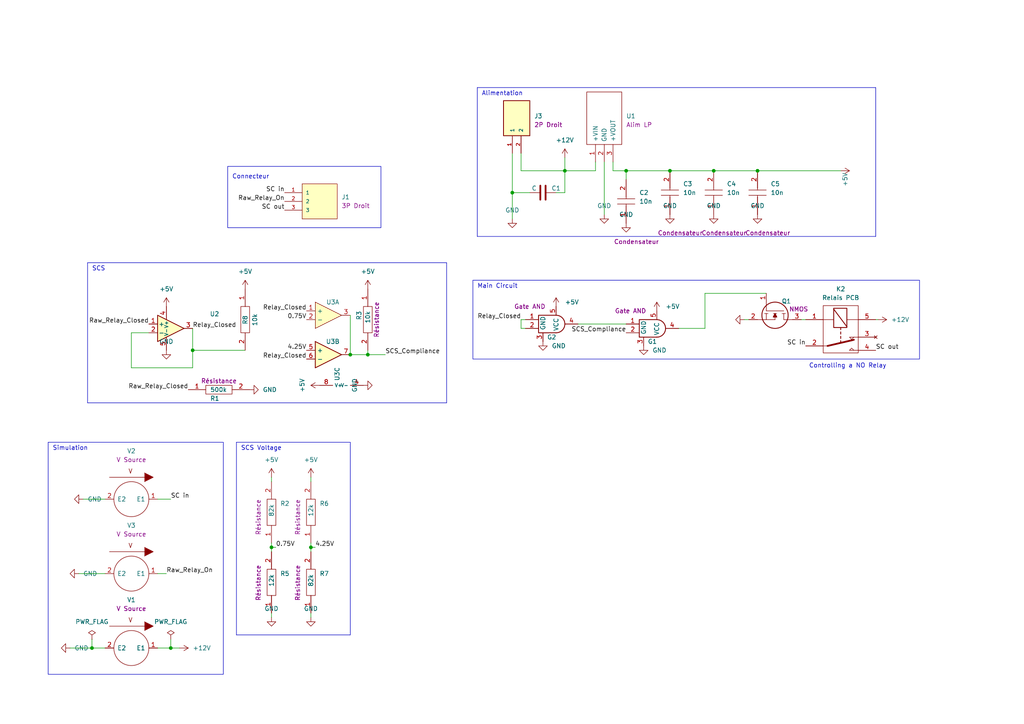
<source format=kicad_sch>
(kicad_sch (version 20231120) (generator "eeschema") (generator_version "8.0")
  (paper "A4")
  (lib_symbols
    (symbol "Device:C" (pin_numbers hide) (pin_names (offset 0.254))
      (property "Reference" "C" (at 0.635 2.54 0))
      (property "Value" "C" (at 0.635 -2.54 0))
      (symbol "C_0_1"
        (polyline (pts (xy -2.032 -0.762) (xy 2.032 -0.762)) (stroke (width 0.508)))
        (polyline (pts (xy -2.032 0.762) (xy 2.032 0.762)) (stroke (width 0.508)))
      )
      (symbol "C_1_1"
        (pin passive line (at 0 3.81 270) (length 2.794) (name "~") (number "1"))
        (pin passive line (at 0 -3.81 90) (length 2.794) (name "~") (number "2"))
      )
    )
    (symbol "EPSA_Lib:NMOS SQ2348ES-T1_GE3" (pin_names (offset 0.762))
      (property "Reference" "Q" (at 41.91 12.7 0))
      (property "Render Name" "NMOS" (at 15.875 0.635 0))
      (symbol "NMOS SQ2348ES-T1_GE3_0_0"
        (pin passive line (at 13.335 12.065 270) (length 2.54) (name "~") (number "1"))
        (pin passive line (at 8.255 4.445 0) (length 2.54) (name "~") (number "2"))
        (pin passive line (at 23.495 4.445 180) (length 2.54) (name "~") (number "3"))
      )
      (symbol "NMOS SQ2348ES-T1_GE3_0_1"
        (polyline (pts (xy 12.827 6.223) (xy 13.843 6.223)) (stroke (width 0.1524)))
        (polyline (pts (xy 13.335 6.223) (xy 13.335 4.445)) (stroke (width 0.1524)))
        (polyline (pts (xy 15.367 6.223) (xy 16.383 6.223)) (stroke (width 0.1524)))
        (polyline (pts (xy 15.875 4.445) (xy 10.795 4.445)) (stroke (width 0.1524)))
        (polyline (pts (xy 15.875 4.445) (xy 15.875 6.223)) (stroke (width 0.1524)))
        (polyline (pts (xy 18.415 4.445) (xy 18.415 6.223)) (stroke (width 0.1524)))
        (polyline (pts (xy 18.415 4.445) (xy 20.955 4.445)) (stroke (width 0.1524)))
        (polyline (pts (xy 18.923 6.223) (xy 17.907 6.223)) (stroke (width 0.1524)))
        (polyline (pts (xy 13.335 9.525) (xy 13.335 6.985) (xy 18.415 6.985)) (stroke (width 0.1524)))
        (polyline (pts (xy 15.875 6.223) (xy 16.383 5.207) (xy 15.367 5.207) (xy 15.875 6.223)) (stroke (width 0.254)) (fill (type outline)))
        (circle (center 15.875 5.715) (radius 3.81) (stroke (width 0.254)))
      )
    )
    (symbol "EPSA_Lib:Relais PCB" (pin_names (offset 0.762))
      (property "Reference" "K" (at 11.938 11.43 0))
      (property "Value" "Relais PCB" (at 7.62 9.398 0))
      (symbol "Relais PCB_0_1"
        (polyline (pts (xy 7.62 7.874) (xy 17.78 7.874) (xy 17.78 -5.842) (xy 7.62 -5.842) (xy 7.62 7.874)) (stroke (width 0.1524)))
      )
      (symbol "Relais PCB_1_0"
        (pin passive line (at 2.54 3.81 0) (length 5.08) (name "") (number "1"))
        (pin passive line (at 2.54 -3.81 0) (length 5.08) (name "") (number "2"))
        (pin no_connect line (at 22.86 -1.27 180) (length 5.08) (name "") (number "3"))
        (pin passive line (at 22.86 -5.08 180) (length 5.08) (name "") (number "4"))
        (pin passive line (at 22.86 3.81 180) (length 5.08) (name "") (number "5"))
      )
      (symbol "Relais PCB_1_1"
        (polyline (pts (xy 8.89 -3.81) (xy 7.62 -3.81)))
        (polyline (pts (xy 8.89 -3.81) (xy 16.51 -2.032)) (stroke (width 0.508)))
        (polyline (pts (xy 10.668 3.81) (xy 7.62 3.81)))
        (polyline (pts (xy 10.668 6.858) (xy 14.478 1.778)) (stroke (width 0.254)))
        (polyline (pts (xy 12.7 -2.286) (xy 12.7 -2.921)) (stroke (width 0.254)))
        (polyline (pts (xy 12.7 -1.016) (xy 12.7 -1.651)) (stroke (width 0.254)))
        (polyline (pts (xy 12.7 0.254) (xy 12.7 -0.381)) (stroke (width 0.254)))
        (polyline (pts (xy 12.7 1.524) (xy 12.7 0.889)) (stroke (width 0.254)))
        (polyline (pts (xy 17.78 -5.08) (xy 16.51 -5.08)))
        (polyline (pts (xy 17.78 -1.27) (xy 16.51 -1.27)))
        (polyline (pts (xy 17.78 3.81) (xy 14.478 3.81)))
        (polyline (pts (xy 15.24 -5.08) (xy 16.51 -5.08) (xy 15.875 -4.445) (xy 15.24 -5.08)))
        (polyline (pts (xy 16.51 -1.27) (xy 15.24 -1.27) (xy 15.875 -1.905) (xy 16.51 -1.27)))
        (rectangle (start 10.668 7.112) (end 14.478 1.524) (stroke (width 0.254)))
      )
    )
    (symbol "EPSA_Lib:Résistance RK73H2BLTDD2152F" (pin_names (offset 0.762))
      (property "Reference" "R" (at 7.62 0 0))
      (property "Value" "10" (at 7.366 2.54 0))
      (symbol "Résistance RK73H2BLTDD2152F_0_1"
        (polyline (pts (xy 5.08 1.27) (xy 12.7 1.27) (xy 12.7 -1.27) (xy 5.08 -1.27) (xy 5.08 1.27)) (stroke (width 0.1524)))
      )
      (symbol "Résistance RK73H2BLTDD2152F_1_0"
        (pin passive line (at 0 0 0) (length 5.08) (name "~") (number "1"))
        (pin passive line (at 17.78 0 180) (length 5.08) (name "~") (number "2"))
      )
    )
    (symbol "EPSA_lib:2P Droit 2-11-2022" (pin_names (offset 1.016))
      (property "Reference" "J" (at 6.35 5.08 0))
      (property "Render Name" "2P Droit" (at 0 3.81 0))
      (symbol "2P Droit 2-11-2022_0_0"
        (rectangle (start -5.08 -5.08) (end 5.08 2.54) (stroke (width 0.254)) (fill (type background)))
        (pin passive line (at -10.16 0 0) (length 5.08) (name "1") (number "1"))
        (pin passive line (at -10.16 -2.54 0) (length 5.08) (name "2") (number "2"))
      )
    )
    (symbol "EPSA_lib:3P Droit 22-11-2032" (pin_names (offset 1.016))
      (property "Reference" "J" (at 0 -1.27 0))
      (property "Render Name" "3P Droit" (at 0 6.35 0))
      (symbol "3P Droit 22-11-2032_0_0"
        (rectangle (start -5.08 -5.08) (end 5.08 5.08) (stroke (width 0.1524)) (fill (type background)))
        (pin passive line (at -10.16 2.54 0) (length 5.08) (name "1") (number "1"))
        (pin passive line (at -10.16 0 0) (length 5.08) (name "2") (number "2"))
        (pin passive line (at -10.16 -2.54 0) (length 5.08) (name "3") (number "3"))
      )
    )
    (symbol "EPSA_lib:Alim LP TSR_0.5-2450" (pin_names (offset 0.762))
      (property "Reference" "U" (at 20.32 11.43 0))
      (property "Render Name" "Alim LP" (at 11.43 8.89 0))
      (symbol "Alim LP TSR_0.5-2450_0_0"
        (pin passive line (at -1.27 5.08 0) (length 5.08) (name "+VIN") (number "1"))
        (pin passive line (at -1.27 2.54 0) (length 5.08) (name "GND") (number "2"))
        (pin passive line (at -1.27 0 0) (length 5.08) (name "+VOUT") (number "3"))
      )
      (symbol "Alim LP TSR_0.5-2450_0_1"
        (polyline (pts (xy 3.81 7.62) (xy 19.05 7.62) (xy 19.05 -2.54) (xy 3.81 -2.54) (xy 3.81 7.62)) (stroke (width 0.1524)))
      )
    )
    (symbol "EPSA_lib:Condensateur 0805Y1000104JXT" (pin_names (offset 0.762))
      (property "Reference" "C" (at 1.5 -1.8 0))
      (property "Value" "10u" (at 11.43 -2.54 0))
      (property "Render Name" "Condensateur" (at 6.35 3.81 0))
      (symbol "Condensateur 0805Y1000104JXT_0_0"
        (pin passive line (at 0 0 0) (length 5.08) (name "~") (number "1"))
        (pin passive line (at 12.7 0 180) (length 5.08) (name "~") (number "2"))
      )
      (symbol "Condensateur 0805Y1000104JXT_0_1"
        (polyline (pts (xy 5.08 0) (xy 5.588 0)) (stroke (width 0.1524)))
        (polyline (pts (xy 5.588 2.54) (xy 5.588 -2.54)) (stroke (width 0.1524)))
        (polyline (pts (xy 7.112 0) (xy 7.62 0)) (stroke (width 0.1524)))
        (polyline (pts (xy 7.112 2.54) (xy 7.112 -2.54)) (stroke (width 0.1524)))
      )
    )
    (symbol "EPSA_lib:Gate AND SN74AHCT1G08DBVR" (pin_names (offset 0.762))
      (property "Reference" "G" (at 2.54 -3.81 0))
      (property "Render Name" "Gate AND" (at -1.27 5.08 0))
      (symbol "Gate AND SN74AHCT1G08DBVR_1_1"
        (polyline (pts (xy 5.08 -2.54) (xy 0 -2.54) (xy 0 2.54) (xy 5.08 2.54)) (stroke (width 0.254)))
        (arc (start 5.1025 -2.54) (mid 7.6201 0) (end 5.1025 2.54) (stroke (width 0.254)))
        (pin input line (at -3.81 1.27 0) (length 3.81) (name "~") (number "1"))
        (pin input line (at -3.81 -1.27 0) (length 3.81) (name "~") (number "2"))
        (pin power_in line (at 1.27 -5.08 90) (length 2.54) (name "GND") (number "3"))
        (pin output line (at 11.43 0 180) (length 3.81) (name "~") (number "4"))
        (pin power_in line (at 5.08 5.08 270) (length 2.54) (name "VCC") (number "5"))
      )
    )
    (symbol "EPSA_lib:Opamp" (pin_names (offset 0.254))
      (property "Reference" "U" (at 2.54 2.54 0))
      (property "Value" "${SIM.PARAMS}" (at 13.97 -5.08 0))
      (symbol "Opamp_0_1"
        (polyline (pts (xy 5.08 0) (xy -2.54 3.81) (xy -2.54 -3.81) (xy 5.08 0)) (stroke (width 0.254)) (fill (type background)))
      )
      (symbol "Opamp_1_1"
        (pin input line (at -5.08 1.27 0) (length 2.54) (name "+") (number "1"))
        (pin input line (at -5.08 -1.27 0) (length 2.54) (name "-") (number "2"))
        (pin open_collector line (at 7.62 0 180) (length 2.54) (name "~") (number "3"))
        (pin power_in line (at 0 6.35 270) (length 3.81) (name "V+") (number "4"))
        (pin power_in line (at 0 -6.35 90) (length 3.81) (name "V-") (number "5"))
      )
    )
    (symbol "EPSA_lib:Opamp_Dual"
      (property "Reference" "U" (at 7.62 -2.54 0))
      (property "Value" "Opamp_Dual" (at 10.16 -3.81 0))
      (symbol "Opamp_Dual_1_1"
        (polyline (pts (xy 0 3.81) (xy 0 -3.81) (xy 7.62 0) (xy 0 3.81)) (fill (type background)))
        (pin input line (at -2.54 1.27 0) (length 2.54) (name "+") (number "1"))
        (pin input line (at -2.54 -1.27 0) (length 2.54) (name "-") (number "2"))
        (pin open_collector line (at 10.16 0 180) (length 2.54) (name "~") (number "3"))
      )
      (symbol "Opamp_Dual_2_1"
        (polyline (pts (xy 0 3.81) (xy 7.62 0) (xy 0 -3.81) (xy 0 3.81)) (stroke (width 0.254)) (fill (type background)))
        (pin input line (at -2.54 1.27 0) (length 2.54) (name "+") (number "5"))
        (pin input line (at -2.54 -1.27 0) (length 2.54) (name "-") (number "6"))
        (pin open_collector line (at 10.16 0 180) (length 2.54) (name "~") (number "7"))
      )
      (symbol "Opamp_Dual_3_1"
        (pin power_in line (at 0 -6.35 90) (length 3.81) (name "V-") (number "4"))
        (pin power_in line (at 0 6.35 270) (length 3.81) (name "V+") (number "8"))
      )
    )
    (symbol "EPSA_lib:Résistance RK73H2BLTDD2152F" (pin_names (offset 0.762))
      (property "Reference" "R" (at 25.4 5.08 0))
      (property "Value" "10" (at 7.62 0 0))
      (property "Render Name" "Résistance" (at 8.89 2.54 0))
      (symbol "Résistance RK73H2BLTDD2152F_0_0"
        (pin passive line (at 0 0 0) (length 5.08) (name "~") (number "1"))
        (pin passive line (at 17.78 0 180) (length 5.08) (name "~") (number "2"))
      )
      (symbol "Résistance RK73H2BLTDD2152F_0_1"
        (polyline (pts (xy 5.08 1.27) (xy 12.7 1.27) (xy 12.7 -1.27) (xy 5.08 -1.27) (xy 5.08 1.27)) (stroke (width 0.1524)))
      )
    )
    (symbol "EPSA_lib:VSOURCE" (pin_names (offset 1.016)) (in_bom no) (on_board no)
      (property "Reference" "V" (at 8.89 12.7 0))
      (property "Render Name" "V Source" (at -1.27 10.16 0))
      (symbol "VSOURCE_0_1"
        (circle (center -1.27 0) (radius 5.08))
        (polyline (pts (xy -7.62 6.35) (xy 2.54 6.35)) (fill (type outline)))
        (polyline (pts (xy 2.54 7.62) (xy 5.08 6.35) (xy 2.54 5.08)) (fill (type outline)))
        (text "V" (at -1.524 8.128 0) (effects (font (size 1.27 1.27))))
      )
      (symbol "VSOURCE_1_1"
        (pin input line (at 6.35 0 180) (length 2.54) (name "E1") (number "1"))
        (pin input line (at -8.89 0 0) (length 2.54) (name "E2") (number "2"))
      )
    )
    (symbol "Résistance RK73H2BLTDD2152F_1" (pin_names (offset 0.762))
      (property "Reference" "R" (at 25.4 5.08 0))
      (property "Value" "10" (at 7.62 0 0))
      (property "Render Name" "Résistance" (at 8.89 2.54 0))
      (symbol "Résistance RK73H2BLTDD2152F_1_0_0"
        (pin passive line (at 0 0 0) (length 5.08) (name "~") (number "1"))
        (pin passive line (at 17.78 0 180) (length 5.08) (name "~") (number "2"))
      )
      (symbol "Résistance RK73H2BLTDD2152F_1_0_1"
        (polyline (pts (xy 5.08 1.27) (xy 12.7 1.27) (xy 12.7 -1.27) (xy 5.08 -1.27) (xy 5.08 1.27)) (stroke (width 0.1524)))
      )
    )
    (symbol "Résistance RK73H2BLTDD2152F_3" (pin_names (offset 0.762))
      (property "Reference" "R" (at 25.4 5.08 0))
      (property "Value" "10" (at 7.62 0 0))
      (property "Render Name" "Résistance" (at 8.89 2.54 0))
      (symbol "Résistance RK73H2BLTDD2152F_3_0_0"
        (pin passive line (at 0 0 0) (length 5.08) (name "~") (number "1"))
        (pin passive line (at 17.78 0 180) (length 5.08) (name "~") (number "2"))
      )
      (symbol "Résistance RK73H2BLTDD2152F_3_0_1"
        (polyline (pts (xy 5.08 1.27) (xy 12.7 1.27) (xy 12.7 -1.27) (xy 5.08 -1.27) (xy 5.08 1.27)) (stroke (width 0.1524)))
      )
    )
    (symbol "Résistance RK73H2BLTDD2152F_4" (pin_names (offset 0.762))
      (property "Reference" "R" (at 25.4 5.08 0))
      (property "Value" "10" (at 7.62 0 0))
      (property "Render Name" "Résistance" (at 8.89 2.54 0))
      (symbol "Résistance RK73H2BLTDD2152F_4_0_0"
        (pin passive line (at 0 0 0) (length 5.08) (name "~") (number "1"))
        (pin passive line (at 17.78 0 180) (length 5.08) (name "~") (number "2"))
      )
      (symbol "Résistance RK73H2BLTDD2152F_4_0_1"
        (polyline (pts (xy 5.08 1.27) (xy 12.7 1.27) (xy 12.7 -1.27) (xy 5.08 -1.27) (xy 5.08 1.27)) (stroke (width 0.1524)))
      )
    )
    (symbol "Résistance RK73H2BLTDD2152F_5" (pin_names (offset 0.762))
      (property "Reference" "R" (at 25.4 5.08 0))
      (property "Value" "10" (at 7.62 0 0))
      (property "Render Name" "Résistance" (at 8.89 2.54 0))
      (symbol "Résistance RK73H2BLTDD2152F_5_0_0"
        (pin passive line (at 0 0 0) (length 5.08) (name "~") (number "1"))
        (pin passive line (at 17.78 0 180) (length 5.08) (name "~") (number "2"))
      )
      (symbol "Résistance RK73H2BLTDD2152F_5_0_1"
        (polyline (pts (xy 5.08 1.27) (xy 12.7 1.27) (xy 12.7 -1.27) (xy 5.08 -1.27) (xy 5.08 1.27)) (stroke (width 0.1524)))
      )
    )
    (symbol "power:+12V" (power) (pin_names (offset 0))
      (property "Value" "+12V" (at 0 3.556 0))
      (symbol "+12V_0_1"
        (polyline (pts (xy -0.762 1.27) (xy 0 2.54)))
        (polyline (pts (xy 0 0) (xy 0 2.54)))
        (polyline (pts (xy 0 2.54) (xy 0.762 1.27)))
      )
      (symbol "+12V_1_1"
        (pin power_in line (at 0 0 90) (length 0) hide (name "+12V") (number "1"))
      )
    )
    (symbol "power:+5V" (power) (pin_names (offset 0))
      (property "Value" "+5V" (at 0 3.556 0))
      (symbol "+5V_0_1"
        (polyline (pts (xy -0.762 1.27) (xy 0 2.54)))
        (polyline (pts (xy 0 0) (xy 0 2.54)))
        (polyline (pts (xy 0 2.54) (xy 0.762 1.27)))
      )
      (symbol "+5V_1_1"
        (pin power_in line (at 0 0 90) (length 0) hide (name "+5V") (number "1"))
      )
    )
    (symbol "power:GND" (power) (pin_names (offset 0))
      (property "Value" "GND" (at 0 -3.81 0))
      (symbol "GND_0_1"
        (polyline (pts (xy 0 0) (xy 0 -1.27) (xy 1.27 -1.27) (xy 0 -2.54) (xy -1.27 -1.27) (xy 0 -1.27)))
      )
      (symbol "GND_1_1"
        (pin power_in line (at 0 0 270) (length 0) hide (name "GND") (number "1"))
      )
    )
    (symbol "power:PWR_FLAG" (power) (pin_numbers hide) (pin_names (offset 0) hide)
      (property "Value" "PWR_FLAG" (at 0 3.81 0))
      (symbol "PWR_FLAG_0_0"
        (pin power_out line (at 0 0 90) (length 0) (name "pwr") (number "1"))
      )
      (symbol "PWR_FLAG_0_1"
        (polyline (pts (xy 0 0) (xy 0 1.27) (xy -1.016 1.905) (xy 0 2.54) (xy 1.016 1.905) (xy 0 1.27)))
      )
    )
  )
  (junction (at 101.6 102.87))
  (junction (at 148.59 55.88))
  (junction (at 49.53 187.96))
  (junction (at 194.31 49.53))
  (junction (at 78.74 158.75))
  (junction (at 55.88 101.6))
  (junction (at 163.83 49.53))
  (junction (at 106.68 102.87))
  (junction (at 26.67 187.96))
  (junction (at 90.17 158.75))
  (junction (at 207.01 49.53))
  (junction (at 219.71 49.53))
  (junction (at 181.61 49.53))
  (wire (pts (xy 207.01 49.53) (xy 219.71 49.53)))
  (wire (pts (xy 177.8 46.99) (xy 177.8 49.53)))
  (wire (pts (xy 181.61 52.07) (xy 181.61 49.53)))
  (wire (pts (xy 167.64 93.98) (xy 181.61 93.98)))
  (wire (pts (xy 151.13 44.45) (xy 151.13 49.53)))
  (wire (pts (xy 38.1 96.52) (xy 38.1 106.68)))
  (wire (pts (xy 161.29 55.88) (xy 163.83 55.88)))
  (wire (pts (xy 172.72 46.99) (xy 172.72 49.53)))
  (wire (pts (xy 196.85 95.25) (xy 204.47 95.25)))
  (wire (pts (xy 78.74 177.8) (xy 78.74 179.07)))
  (wire (pts (xy 45.72 166.37) (xy 48.26 166.37)))
  (wire (pts (xy 254.635 92.71) (xy 254 92.71)))
  (wire (pts (xy 78.74 158.75) (xy 78.74 160.02)))
  (wire (pts (xy 90.17 158.75) (xy 90.17 160.02)))
  (wire (pts (xy 163.83 55.88) (xy 163.83 49.53)))
  (wire (pts (xy 232.41 92.71) (xy 233.68 92.71)))
  (wire (pts (xy 45.72 144.78) (xy 49.53 144.78)))
  (wire (pts (xy 52.07 187.96) (xy 49.53 187.96)))
  (wire (pts (xy 20.32 187.96) (xy 26.67 187.96)))
  (wire (pts (xy 49.53 185.42) (xy 49.53 187.96)))
  (polyline (pts (xy 101.6 184.15) (xy 68.58 184.15)))
  (wire (pts (xy 26.67 187.96) (xy 30.48 187.96)))
  (polyline (pts (xy 129.54 76.2) (xy 25.4 76.2)))
  (wire (pts (xy 172.72 49.53) (xy 163.83 49.53)))
  (wire (pts (xy 175.26 46.99) (xy 175.26 62.23)))
  (polyline (pts (xy 101.6 128.27) (xy 101.6 184.15)))
  (wire (pts (xy 90.17 177.8) (xy 90.17 179.07)))
  (wire (pts (xy 177.8 49.53) (xy 181.61 49.53)))
  (polyline (pts (xy 25.4 116.84) (xy 129.54 116.84)))
  (wire (pts (xy 26.67 185.42) (xy 26.67 187.96)))
  (wire (pts (xy 90.17 138.43) (xy 90.17 139.7)))
  (wire (pts (xy 55.88 95.25) (xy 55.88 101.6)))
  (wire (pts (xy 38.1 106.68) (xy 55.88 106.68)))
  (wire (pts (xy 194.31 49.53) (xy 207.01 49.53)))
  (wire (pts (xy 148.59 44.45) (xy 148.59 55.88)))
  (wire (pts (xy 151.13 92.71) (xy 151.13 95.25)))
  (polyline (pts (xy 138.43 25.4) (xy 138.43 68.58)))
  (wire (pts (xy 101.6 102.87) (xy 106.68 102.87)))
  (wire (pts (xy 71.12 101.6) (xy 55.88 101.6)))
  (wire (pts (xy 45.72 187.96) (xy 49.53 187.96)))
  (wire (pts (xy 151.13 95.25) (xy 152.4 95.25)))
  (wire (pts (xy 22.86 166.37) (xy 30.48 166.37)))
  (wire (pts (xy 163.83 45.72) (xy 163.83 49.53)))
  (polyline (pts (xy 254 25.4) (xy 138.43 25.4)))
  (polyline (pts (xy 68.58 128.27) (xy 101.6 128.27)))
  (wire (pts (xy 151.13 49.53) (xy 163.83 49.53)))
  (polyline (pts (xy 129.54 116.84) (xy 129.54 76.2)))
  (wire (pts (xy 148.59 55.88) (xy 153.67 55.88)))
  (wire (pts (xy 90.17 157.48) (xy 90.17 158.75)))
  (wire (pts (xy 151.13 92.71) (xy 152.4 92.71)))
  (wire (pts (xy 204.47 95.25) (xy 204.47 85.09)))
  (wire (pts (xy 78.74 138.43) (xy 78.74 139.7)))
  (wire (pts (xy 78.74 157.48) (xy 78.74 158.75)))
  (polyline (pts (xy 138.43 68.58) (xy 254 68.58)))
  (wire (pts (xy 55.88 101.6) (xy 55.88 106.68)))
  (polyline (pts (xy 25.4 76.2) (xy 25.4 116.84)))
  (wire (pts (xy 30.48 144.78) (xy 24.13 144.78)))
  (polyline (pts (xy 68.58 128.27) (xy 68.58 184.15)))
  (wire (pts (xy 90.17 158.75) (xy 91.44 158.75)))
  (wire (pts (xy 219.71 49.53) (xy 243.84 49.53)))
  (wire (pts (xy 106.68 102.87) (xy 111.76 102.87)))
  (wire (pts (xy 43.18 96.52) (xy 38.1 96.52)))
  (wire (pts (xy 78.74 158.75) (xy 80.01 158.75)))
  (wire (pts (xy 101.6 91.44) (xy 101.6 102.87)))
  (wire (pts (xy 181.61 49.53) (xy 194.31 49.53)))
  (wire (pts (xy 215.9 92.71) (xy 217.17 92.71)))
  (wire (pts (xy 106.68 102.87) (xy 106.68 101.6)))
  (wire (pts (xy 148.59 55.88) (xy 148.59 63.5)))
  (wire (pts (xy 204.47 85.09) (xy 222.25 85.09)))
  (polyline (pts (xy 254 68.58) (xy 254 25.4)))
  (rectangle (start 66.04 48.26) (end 110.49 66.04))
  (rectangle (start 13.97 128.27) (end 64.77 195.58))
  (rectangle (start 137.16 81.28) (end 266.7 104.14))
  (text "Simulation" (at 15.24 130.81 0) (effects (font (size 1.27 1.27)) (justify left bottom)))
  (text "Connecteur" (at 67.31 52.07 0) (effects (font (size 1.27 1.27)) (justify left bottom)))
  (text "SCS Voltage" (at 69.85 130.81 0) (effects (font (size 1.27 1.27)) (justify left bottom)))
  (text "Alimentation\n" (at 139.7 27.94 0) (effects (font (size 1.27 1.27)) (justify left bottom)))
  (text "Main Circuit" (at 138.43 83.82 0) (effects (font (size 1.27 1.27)) (justify left bottom)))
  (text "SCS\n" (at 26.67 78.74 0) (effects (font (size 1.27 1.27)) (justify left bottom)))
  (text "Controlling a NO Relay" (at 245.872 106.172 0) (effects (font (size 1.27 1.27))))
  (label "Relay_Closed" (at 88.9 90.17 180))
  (label "Raw_Relay_Closed" (at 54.61 113.03 180))
  (label "Relay_Closed" (at 88.9 104.14 180))
  (label "0.75V" (at 80.01 158.75 0))
  (label "SC out" (at 82.55 60.96 180))
  (label "4.25V" (at 91.44 158.75 0))
  (label "SC in" (at 49.53 144.78 0))
  (label "SCS_Compliance" (at 181.61 96.52 180))
  (label "4.25V" (at 88.9 101.6 180))
  (label "Raw_Relay_On" (at 48.26 166.37 0))
  (label "SCS_Compliance" (at 111.76 102.87 0))
  (label "Relay_Closed" (at 151.13 92.71 180))
  (label "Raw_Relay_Closed" (at 43.18 93.98 180))
  (label "0.75V" (at 88.9 92.71 180))
  (label "SC in" (at 233.68 100.33 180))
  (label "SC in" (at 82.55 55.88 180))
  (label "SC out" (at 254 101.6 0))
  (label "Relay_Closed" (at 55.88 95.25 0))
  (label "Raw_Relay_On" (at 82.55 58.42 180))
  (symbol (lib_id "power:GND") (at 175.26 62.23 0) (unit 1)
    (property "Reference" "#GND02" (effects (hide yes)))
    (property "Value" "GND" (at 175.26 59.69 0))
  )
  (symbol (lib_id "power:GND") (at 207.01 62.23 0) (unit 1)
    (property "Reference" "#GND010" (effects (hide yes)))
    (property "Value" "GND" (at 207.01 59.69 0))
  )
  (symbol (lib_id "power:+12V") (at 254.635 92.71 270) (unit 1)
    (property "Reference" "#PWR017" (effects (hide yes)))
    (property "Value" "+12V" (at 258.445 92.7099 90) (effects (justify left)))
    (property "Description" "Power symbol creates a global label with name \"+12V\"" (effects (hide yes)))
  )
  (symbol (lib_id "power:GND") (at 90.17 179.07 0) (unit 1)
    (property "Reference" "#GND08" (effects (hide yes)))
    (property "Value" "GND" (at 90.17 176.53 0))
  )
  (symbol (lib_id "EPSA_lib:Gate AND SN74AHCT1G08DBVR") (at 156.21 93.98 0) (unit 1)
    (property "Reference" "G2" (at 160.02 97.79 0))
    (property "Value" "Gate AND SN74AHCT1G08DBVR" (effects (hide yes)))
    (property "Footprint" "EPSA_lib:SOT95P280X145-5N" (effects (hide yes)))
    (property "Datasheet" "https://datasheet.datasheetarchive.com/originals/distributors/SFDatasheet-6/sf-000128638.pdf" (effects (hide yes)))
    (property "Description" "SN74AHCT1G08DBVR, Logic Gate 2 Input AND, AHCT, 8mA 5V 5-Pin SOT-23" (effects (hide yes)))
    (property "Sim.Pins" "4=1 1=2 2=3 5=4 3=5" (effects (hide yes)))
    (property "Sim.Device" "SPICE" (effects (hide yes)))
    (property "Sim.Params" "type=\"X\" model=\"SN74AHC1G08\" lib=\"${EPSA_lib}\\SpiceModel\\AND_SN74AHC1G08.lib\"" (effects (hide yes)))
    (property "Height" "1.45" (effects (hide yes)))
    (property "Manufacturer_Name" "Texas Instruments" (effects (hide yes)))
    (property "Manufacturer_Part_Number" "SN74AHCT1G08DBVR" (effects (hide yes)))
    (property "Mouser Part Number" "595-SN74AHCT1G08DBVR" (effects (hide yes)))
    (property "Mouser Price/Stock" "https://www.mouser.co.uk/ProductDetail/Texas-Instruments/SN74AHCT1G08DBVR?qs=8Pd2FuFSoMGY9AK%2Ftqwbcw%3D%3D" (effects (hide yes)))
    (property "Arrow Part Number" "SN74AHCT1G08DBVR" (effects (hide yes)))
    (property "Arrow Price/Stock" "https://www.arrow.com/en/products/sn74ahct1g08dbvr/texas-instruments?region=nac" (effects (hide yes)))
    (property "Render Name" "Gate AND" (at 153.67 88.9 0))
  )
  (symbol (lib_id "power:GND") (at 215.9 92.71 270) (unit 1)
    (property "Reference" "#GND012" (effects (hide yes)))
    (property "Value" "GND" (effects (hide yes)))
    (property "Description" "Power symbol creates a global label with name \"GND\" , ground" (effects (hide yes)))
  )
  (symbol (lib_id "EPSA_lib:Opamp_Dual") (at 91.44 102.87 0) (unit 2)
    (property "Reference" "U3" (at 96.52 99.06 0))
    (property "Value" "Opamp_Dual" (effects (hide yes)))
    (property "Footprint" "Package_SO:TSSOP-8_4.4x3mm_P0.65mm" (effects (hide yes)))
    (property "Datasheet" "https://www.ti.com/lit/gpn/tlv9064-q1" (effects (hide yes)))
    (property "Manufacturer_Name" "Texas Instruments" (effects (hide yes)))
    (property "Manufacturer_Part_Number" "TLV9062QPWRQ1 " (effects (hide yes)))
    (property "Mouser Part Number" "595-TLV9062QPWRQ1 " (effects (hide yes)))
  )
  (symbol (lib_id "power:GND") (at 22.86 166.37 270) (unit 1)
    (property "Reference" "#PWR04" (effects (hide yes)))
    (property "Value" "GND" (at 24.13 166.37 90) (effects (justify left)))
  )
  (symbol (lib_id "EPSA_lib:Résistance RK73H2BLTDD2152F") (at 54.61 113.03 0) (unit 1)
    (property "Reference" "R1" (at 60.96 115.57 0) (effects (justify left)))
    (property "Value" "500k" (at 60.96 113.03 0) (effects (justify left)))
    (property "Footprint" "EPSA_lib:RESC3216X70N" (effects (hide yes)))
    (property "Datasheet" "http://www.koaspeer.com/catimages/Products/RK73H/RK73H.pdf" (effects (hide yes)))
    (property "Description" "Thick Film Resistors - SMD" (effects (hide yes)))
    (property "Height" "0.7" (effects (hide yes)))
    (property "Manufacturer_Name" "KOA Speer" (effects (hide yes)))
    (property "Manufacturer_Part_Number" "RK73H2BLTDD2152F" (effects (hide yes)))
    (property "Mouser Part Number" "N/A" (effects (hide yes)))
    (property "Mouser Price/Stock" "https://www.mouser.co.uk/ProductDetail/KOA-Speer/RK73H2BLTDD2152F?qs=WeIALVmW3zmyxMFsjVzMRw%3D%3D" (effects (hide yes)))
    (property "Sim.Device" "R" (effects (hide yes)))
    (property "Sim.Params" "type=\"R\" model=\"10k\" lib=\"\"" (effects (hide yes)))
    (property "Sim.Pins" "1=+ 2=-" (effects (hide yes)))
    (property "Render Name" "Résistance" (at 63.5 110.49 0))
  )
  (symbol (lib_id "power:+5V") (at 78.74 138.43 0) (unit 1)
    (property "Reference" "#PWR03" (effects (hide yes)))
    (property "Value" "+5V" (at 78.74 133.35 0))
  )
  (symbol (lib_id "EPSA_Lib:Résistance RK73H2BLTDD2152F") (at 71.12 83.82 270) (unit 1)
    (property "Reference" "R8" (at 71.12 91.44 0) (effects (justify left)))
    (property "Value" "10k" (at 73.914 90.932 0) (effects (justify left)))
    (property "Footprint" "EPSA_lib:RESC3216X70N" (effects (hide yes)))
    (property "Datasheet" "http://www.koaspeer.com/catimages/Products/RK73H/RK73H.pdf" (effects (hide yes)))
    (property "Description" "Thick Film Resistors - SMD" (effects (hide yes)))
    (property "Height" "0.7" (effects (hide yes)))
    (property "Manufacturer_Name" "KOA Speer" (effects (hide yes)))
    (property "Manufacturer_Part_Number" "RK73H2BLTDD2152F" (effects (hide yes)))
    (property "Mouser Part Number" "N/A" (effects (hide yes)))
    (property "Mouser Price/Stock" "https://www.mouser.co.uk/ProductDetail/KOA-Speer/RK73H2BLTDD2152F?qs=WeIALVmW3zmyxMFsjVzMRw%3D%3D" (effects (hide yes)))
    (property "Sim.Device" "R" (effects (hide yes)))
    (property "Sim.Params" "type=\"R\" model=\"10k\" lib=\"\"" (effects (hide yes)))
    (property "Sim.Pins" "1=+ 2=-" (effects (hide yes)))
    (property "Render Name" "Résistance" (effects (hide yes)))
  )
  (symbol (lib_name "Résistance RK73H2BLTDD2152F_3") (lib_id "EPSA_lib:Résistance RK73H2BLTDD2152F") (at 90.17 177.8 90) (unit 1)
    (property "Reference" "R7" (at 92.71 166.3699 90) (effects (justify right)))
    (property "Value" "82k" (at 90.17 170.18 0) (effects (justify left)))
    (property "Footprint" "EPSA_lib:RESC3216X70N" (effects (hide yes)))
    (property "Datasheet" "http://www.koaspeer.com/catimages/Products/RK73H/RK73H.pdf" (effects (hide yes)))
    (property "Description" "Thick Film Resistors - SMD" (effects (hide yes)))
    (property "Height" "0.7" (effects (hide yes)))
    (property "Manufacturer_Name" "KOA Speer" (effects (hide yes)))
    (property "Manufacturer_Part_Number" "RK73H2BLTDD2152F" (effects (hide yes)))
    (property "Mouser Part Number" "N/A" (effects (hide yes)))
    (property "Mouser Price/Stock" "https://www.mouser.co.uk/ProductDetail/KOA-Speer/RK73H2BLTDD2152F?qs=WeIALVmW3zmyxMFsjVzMRw%3D%3D" (effects (hide yes)))
    (property "Render Name" "Résistance" (at 86.36 163.83 0) (effects (justify right)))
    (property "Sim.Device" "R" (effects (hide yes)))
    (property "Sim.Params" "type=\"R\" model=\"8k\" lib=\"\"" (effects (hide yes)))
    (property "Sim.Pins" "1=+ 2=-" (effects (hide yes)))
  )
  (symbol (lib_name "Résistance RK73H2BLTDD2152F_4") (lib_id "EPSA_lib:Résistance RK73H2BLTDD2152F") (at 78.74 177.8 90) (unit 1)
    (property "Reference" "R5" (at 81.28 166.3699 90) (effects (justify right)))
    (property "Value" "12k" (at 78.74 170.18 0) (effects (justify left)))
    (property "Footprint" "EPSA_lib:RESC3216X70N" (effects (hide yes)))
    (property "Datasheet" "http://www.koaspeer.com/catimages/Products/RK73H/RK73H.pdf" (effects (hide yes)))
    (property "Description" "Thick Film Resistors - SMD" (effects (hide yes)))
    (property "Height" "0.7" (effects (hide yes)))
    (property "Manufacturer_Name" "KOA Speer" (effects (hide yes)))
    (property "Manufacturer_Part_Number" "RK73H2BLTDD2152F" (effects (hide yes)))
    (property "Mouser Part Number" "N/A" (effects (hide yes)))
    (property "Mouser Price/Stock" "https://www.mouser.co.uk/ProductDetail/KOA-Speer/RK73H2BLTDD2152F?qs=WeIALVmW3zmyxMFsjVzMRw%3D%3D" (effects (hide yes)))
    (property "Render Name" "Résistance" (at 74.93 163.83 0) (effects (justify right)))
    (property "Sim.Device" "R" (effects (hide yes)))
    (property "Sim.Params" "type=\"R\" model=\"2k\" lib=\"\"" (effects (hide yes)))
    (property "Sim.Pins" "1=+ 2=-" (effects (hide yes)))
  )
  (symbol (lib_id "power:GND") (at 194.31 62.23 0) (unit 1)
    (property "Reference" "#GND09" (effects (hide yes)))
    (property "Value" "GND" (at 194.31 59.69 0))
  )
  (symbol (lib_id "EPSA_lib:VSOURCE") (at 39.37 187.96 0) (unit 1) (in_bom no) (on_board no)
    (property "Reference" "V1" (at 38.1 173.99 0))
    (property "Value" "12" (effects (hide yes)))
    (property "Sim.Pins" "1=+ 2=-" (effects (hide yes)))
    (property "Sim.Type" "DC" (effects (hide yes)))
    (property "Sim.Device" "V" (effects (hide yes)))
    (property "Render Name" "V Source" (at 38.1 176.53 0))
  )
  (symbol (lib_id "power:+5V") (at 161.29 88.9 0) (unit 1)
    (property "Reference" "#PWR09" (effects (hide yes)))
    (property "Value" "+5V" (at 163.83 87.63 0) (effects (justify left)))
  )
  (symbol (lib_id "power:GND") (at 24.13 144.78 270) (unit 1)
    (property "Reference" "#PWR02" (effects (hide yes)))
    (property "Value" "GND" (at 25.4 144.78 90) (effects (justify left)))
  )
  (symbol (lib_id "power:+5V") (at 243.84 49.53 270) (unit 1)
    (property "Reference" "#PWR013" (effects (hide yes)))
    (property "Value" "+5V" (at 245.11 52.07 0))
  )
  (symbol (lib_id "power:GND") (at 20.32 187.96 270) (unit 1)
    (property "Reference" "#PWR01" (effects (hide yes)))
    (property "Value" "GND" (at 21.59 187.96 90) (effects (justify left)))
  )
  (symbol (lib_id "power:+12V") (at 163.83 45.72 0) (unit 1)
    (property "Reference" "#PWR012" (effects (hide yes)))
    (property "Value" "+12V" (at 163.83 40.64 0))
  )
  (symbol (lib_id "power:+5V") (at 48.26 88.9 0) (unit 1)
    (property "Reference" "#PWR07" (effects (hide yes)))
    (property "Value" "+5V" (at 48.26 83.82 0))
  )
  (symbol (lib_id "EPSA_lib:Condensateur 0805Y1000104JXT") (at 219.71 62.23 90) (unit 1)
    (property "Reference" "C5" (at 223.52 53.34 90) (effects (justify right)))
    (property "Value" "10n" (at 223.52 55.88 90) (effects (justify right)))
    (property "Footprint" "EPSA_lib:CAPC2012X130N" (effects (hide yes)))
    (property "Datasheet" "http://docs-europe.electrocomponents.com/webdocs/119d/0900766b8119d7bc.pdf" (effects (hide yes)))
    (property "Description" "Syfer 0805 Ceramic Chip Capacitors" (effects (hide yes)))
    (property "Sim.Pins" "1=+ 2=-" (effects (hide yes)))
    (property "Sim.Device" "C" (effects (hide yes)))
    (property "Height" "1.3" (effects (hide yes)))
    (property "Manufacturer_Name" "Syfer" (effects (hide yes)))
    (property "Manufacturer_Part_Number" "0805Y1000104JXT" (effects (hide yes)))
    (property "Render Name" "Condensateur" (at 216.154 67.564 90) (effects (justify right)))
  )
  (symbol (lib_id "power:PWR_FLAG") (at 26.67 185.42 0) (unit 1)
    (property "Reference" "#FLG04" (effects (hide yes)))
    (property "Value" "PWR_FLAG" (at 26.67 180.34 0))
  )
  (symbol (lib_id "power:GND") (at 72.39 113.03 90) (unit 1)
    (property "Reference" "#GND06" (effects (hide yes)))
    (property "Value" "GND" (at 76.2 113.03 90) (effects (justify right)))
  )
  (symbol (lib_id "EPSA_lib:Condensateur 0805Y1000104JXT") (at 194.31 62.23 90) (unit 1)
    (property "Reference" "C3" (at 198.12 53.34 90) (effects (justify right)))
    (property "Value" "10n" (at 198.12 55.88 90) (effects (justify right)))
    (property "Footprint" "EPSA_lib:CAPC2012X130N" (effects (hide yes)))
    (property "Datasheet" "http://docs-europe.electrocomponents.com/webdocs/119d/0900766b8119d7bc.pdf" (effects (hide yes)))
    (property "Description" "Syfer 0805 Ceramic Chip Capacitors" (effects (hide yes)))
    (property "Sim.Pins" "1=+ 2=-" (effects (hide yes)))
    (property "Sim.Device" "C" (effects (hide yes)))
    (property "Height" "1.3" (effects (hide yes)))
    (property "Manufacturer_Name" "Syfer" (effects (hide yes)))
    (property "Manufacturer_Part_Number" "0805Y1000104JXT" (effects (hide yes)))
    (property "Render Name" "Condensateur" (at 190.754 67.564 90) (effects (justify right)))
  )
  (symbol (lib_id "power:GND") (at 78.74 179.07 0) (unit 1)
    (property "Reference" "#GND07" (effects (hide yes)))
    (property "Value" "GND" (at 78.74 176.53 0))
  )
  (symbol (lib_id "EPSA_Lib:Relais PCB") (at 231.14 96.52 0) (unit 1)
    (property "Reference" "K2" (at 243.84 83.82 0))
    (property "Value" "Relais PCB" (at 243.84 86.36 0))
    (property "Footprint" "EPSA_lib:CP112V" (effects (hide yes)))
    (property "Datasheet" "https://www3.panasonic.biz/ac/e/uacs/download/index.jsp?c=vehicle_download" (effects (hide yes)))
    (property "Description" "PANASONIC ELECTRIC WORKS - CP1-12V - RELAY, AUTOMOTIVE, SPDT, 14VDC, 20A" (effects (hide yes)))
    (property "Height" "9.5" (effects (hide yes)))
    (property "Mouser Part Number" "769-CP1-12V" (effects (hide yes)))
    (property "Mouser Price/Stock" "https://www.mouser.co.uk/ProductDetail/Panasonic-Industrial-Devices/CP1-12V?qs=mTeSeKeuVA7dPPafy7M16g%3D%3D" (effects (hide yes)))
    (property "Manufacturer_Name" "Panasonic" (effects (hide yes)))
    (property "Manufacturer_Part_Number" "CP1-12V" (effects (hide yes)))
  )
  (symbol (lib_id "EPSA_Lib:NMOS SQ2348ES-T1_GE3") (at 208.915 97.155 0) (unit 1)
    (property "Reference" "Q1" (at 228.092 87.376 0))
    (property "Value" "NMOS SQ2348ES-T1_GE3" (effects (hide yes)))
    (property "Footprint" "EPSA_lib:SOT95P237X112-3N" (effects (hide yes)))
    (property "Datasheet" "http://www.vishay.com/docs/63706/sq2348es.pdf" (effects (hide yes)))
    (property "Description" "VISHAY - SQ2348ES-T1_GE3 - MOSFET, AEC-Q101, N-CH, 30V, SOT-23" (effects (hide yes)))
    (property "Sim.Pins" "3=1 1=2 2=3" (effects (hide yes)))
    (property "Sim.Device" "SPICE" (effects (hide yes)))
    (property "Sim.Params" "type=\"X\" model=\"SQ2348ES\" lib=\"${EPSA_lib}\\SpiceModel\\NMOS_SQ2348ES_PS Rev A.LIB\"" (effects (hide yes)))
    (property "Height" "1.12" (effects (hide yes)))
    (property "Manufacturer_Name" "Vishay" (effects (hide yes)))
    (property "Manufacturer_Part_Number" "SQ2348ES-T1_GE3" (effects (hide yes)))
    (property "Mouser Part Number" "781-SQ2348ES-T1_GE3" (effects (hide yes)))
    (property "Mouser Price/Stock" "https://www.mouser.co.uk/ProductDetail/Vishay-Siliconix/SQ2348ES-T1_GE3?qs=jHkklCh7amgC88blremf%252Bw%3D%3D" (effects (hide yes)))
    (property "Render Name" "NMOS" (at 231.648 89.662 0))
  )
  (symbol (lib_id "EPSA_lib:Opamp") (at 48.26 95.25 0) (unit 1)
    (property "Reference" "U2" (at 62.23 91.0591 0))
    (property "Value" "${SIM.PARAMS}" (effects (hide yes)))
    (property "Footprint" "Package_TO_SOT_SMD:SOT-353_SC-70-5_Handsoldering" (effects (hide yes)))
    (property "Datasheet" "https://www.ti.com/lit/gpn/tlv9064-q1" (effects (hide yes)))
    (property "Manufacturer_Name" "Texas Instruments" (effects (hide yes)))
    (property "Manufacturer_Part_Number" "TLV9061QDCKRQ1 " (effects (hide yes)))
    (property "Mouser Part Number" " 595-TLV9061QDCKRQ1 " (effects (hide yes)))
  )
  (symbol (lib_id "EPSA_lib:Opamp_Dual") (at 91.44 91.44 0) (unit 1)
    (property "Reference" "U3" (at 96.52 87.63 0))
    (property "Value" "Opamp_Dual" (effects (hide yes)))
    (property "Footprint" "Package_SO:TSSOP-8_4.4x3mm_P0.65mm" (effects (hide yes)))
    (property "Datasheet" "https://www.ti.com/lit/gpn/tlv9064-q1" (effects (hide yes)))
    (property "Manufacturer_Name" "Texas Instruments" (effects (hide yes)))
    (property "Manufacturer_Part_Number" "TLV9062QPWRQ1 " (effects (hide yes)))
    (property "Mouser Part Number" "595-TLV9062QPWRQ1 " (effects (hide yes)))
  )
  (symbol (lib_id "Device:C") (at 157.48 55.88 90) (unit 1)
    (property "Reference" "C1" (at 161.29 54.61 90))
    (property "Value" "C" (at 154.94 54.61 90))
    (property "Footprint" "Capacitor_THT:CP_Radial_D5.0mm_P2.00mm" (effects (hide yes)))
  )
  (symbol (lib_id "power:+5V") (at 71.12 83.82 0) (unit 1)
    (property "Reference" "#PWR018" (effects (hide yes)))
    (property "Value" "+5V" (at 71.12 78.74 0))
    (property "Description" "Power symbol creates a global label with name \"+5V\"" (effects (hide yes)))
  )
  (symbol (lib_id "EPSA_lib:Gate AND SN74AHCT1G08DBVR") (at 185.42 95.25 0) (unit 1)
    (property "Reference" "G1" (at 189.23 99.06 0))
    (property "Value" "Gate AND SN74AHCT1G08DBVR" (effects (hide yes)))
    (property "Footprint" "EPSA_lib:SOT95P280X145-5N" (effects (hide yes)))
    (property "Datasheet" "https://datasheet.datasheetarchive.com/originals/distributors/SFDatasheet-6/sf-000128638.pdf" (effects (hide yes)))
    (property "Description" "SN74AHCT1G08DBVR, Logic Gate 2 Input AND, AHCT, 8mA 5V 5-Pin SOT-23" (effects (hide yes)))
    (property "Sim.Pins" "4=1 1=2 2=3 5=4 3=5" (effects (hide yes)))
    (property "Sim.Device" "SPICE" (effects (hide yes)))
    (property "Sim.Params" "type=\"X\" model=\"SN74AHC1G08\" lib=\"${EPSA_lib}\\SpiceModel\\AND_SN74AHC1G08.lib\"" (effects (hide yes)))
    (property "Height" "1.45" (effects (hide yes)))
    (property "Manufacturer_Name" "Texas Instruments" (effects (hide yes)))
    (property "Manufacturer_Part_Number" "SN74AHCT1G08DBVR" (effects (hide yes)))
    (property "Mouser Part Number" "595-SN74AHCT1G08DBVR" (effects (hide yes)))
    (property "Mouser Price/Stock" "https://www.mouser.co.uk/ProductDetail/Texas-Instruments/SN74AHCT1G08DBVR?qs=8Pd2FuFSoMGY9AK%2Ftqwbcw%3D%3D" (effects (hide yes)))
    (property "Arrow Part Number" "SN74AHCT1G08DBVR" (effects (hide yes)))
    (property "Arrow Price/Stock" "https://www.arrow.com/en/products/sn74ahct1g08dbvr/texas-instruments?region=nac" (effects (hide yes)))
    (property "Render Name" "Gate AND" (at 182.88 90.17 0))
  )
  (symbol (lib_id "EPSA_lib:3P Droit 22-11-2032") (at 92.71 58.42 0) (unit 1)
    (property "Reference" "J1" (at 99.06 57.15 0) (effects (justify left)))
    (property "Value" "3P Droit 22-11-2032" (effects (hide yes)))
    (property "Footprint" "EPSA_lib:MOLEX_22-11-2032" (effects (hide yes)))
    (property "Datasheet" "https://www.molex.com/en-us/products/part-detail/22112032?display=pdf" (effects (hide yes)))
    (property "Height" "10.66mm" (effects (hide yes)))
    (property "Render Name" "3P Droit" (at 99.06 59.69 0) (effects (justify left)))
    (property "Manufacturer_Name" "Molex" (effects (hide yes)))
    (property "Manufacturer_Part_Number" "22-11-2032" (effects (hide yes)))
    (property "Mouser Part Number" "538-22-11-2032" (effects (hide yes)))
    (property "Mouser Price/Stock" "https://www.mouser.fr/ProductDetail/Molex/22-11-2032?qs=KHty%2FoMxDPke3knj%252BlB5Gw%3D%3D" (effects (hide yes)))
  )
  (symbol (lib_id "power:+5V") (at 106.68 83.82 0) (unit 1)
    (property "Reference" "#PWR014" (effects (hide yes)))
    (property "Value" "+5V" (at 106.68 78.74 0))
  )
  (symbol (lib_id "power:GND") (at 148.59 63.5 0) (unit 1)
    (property "Reference" "#GND01" (effects (hide yes)))
    (property "Value" "GND" (at 148.59 60.96 0))
  )
  (symbol (lib_name "Résistance RK73H2BLTDD2152F_5") (lib_id "EPSA_lib:Résistance RK73H2BLTDD2152F") (at 90.17 157.48 90) (unit 1)
    (property "Reference" "R6" (at 92.71 146.0499 90) (effects (justify right)))
    (property "Value" "12k" (at 90.17 149.86 0) (effects (justify left)))
    (property "Footprint" "EPSA_lib:RESC3216X70N" (effects (hide yes)))
    (property "Datasheet" "http://www.koaspeer.com/catimages/Products/RK73H/RK73H.pdf" (effects (hide yes)))
    (property "Description" "Thick Film Resistors - SMD" (effects (hide yes)))
    (property "Height" "0.7" (effects (hide yes)))
    (property "Manufacturer_Name" "KOA Speer" (effects (hide yes)))
    (property "Manufacturer_Part_Number" "RK73H2BLTDD2152F" (effects (hide yes)))
    (property "Mouser Part Number" "N/A" (effects (hide yes)))
    (property "Mouser Price/Stock" "https://www.mouser.co.uk/ProductDetail/KOA-Speer/RK73H2BLTDD2152F?qs=WeIALVmW3zmyxMFsjVzMRw%3D%3D" (effects (hide yes)))
    (property "Render Name" "Résistance" (at 86.36 144.78 0) (effects (justify right)))
    (property "Sim.Device" "R" (effects (hide yes)))
    (property "Sim.Params" "type=\"R\" model=\"2k\" lib=\"\"" (effects (hide yes)))
    (property "Sim.Pins" "1=+ 2=-" (effects (hide yes)))
  )
  (symbol (lib_id "power:+12V") (at 52.07 187.96 270) (unit 1)
    (property "Reference" "#PWR05" (effects (hide yes)))
    (property "Value" "+12V" (at 55.88 187.96 90) (effects (justify left)))
  )
  (symbol (lib_id "EPSA_lib:Condensateur 0805Y1000104JXT") (at 181.61 64.77 90) (unit 1)
    (property "Reference" "C2" (at 185.42 55.88 90) (effects (justify right)))
    (property "Value" "10n" (at 185.42 58.42 90) (effects (justify right)))
    (property "Footprint" "EPSA_lib:CAPC2012X130N" (effects (hide yes)))
    (property "Datasheet" "http://docs-europe.electrocomponents.com/webdocs/119d/0900766b8119d7bc.pdf" (effects (hide yes)))
    (property "Description" "Syfer 0805 Ceramic Chip Capacitors" (effects (hide yes)))
    (property "Sim.Pins" "1=+ 2=-" (effects (hide yes)))
    (property "Sim.Device" "C" (effects (hide yes)))
    (property "Height" "1.3" (effects (hide yes)))
    (property "Manufacturer_Name" "Syfer" (effects (hide yes)))
    (property "Manufacturer_Part_Number" "0805Y1000104JXT" (effects (hide yes)))
    (property "Render Name" "Condensateur" (at 178.054 70.104 90) (effects (justify right)))
  )
  (symbol (lib_id "power:GND") (at 181.61 64.77 0) (unit 1)
    (property "Reference" "#GND03" (effects (hide yes)))
    (property "Value" "GND" (at 181.61 62.23 0))
  )
  (symbol (lib_id "EPSA_lib:Opamp_Dual") (at 99.06 111.76 90) (unit 3)
    (property "Reference" "U3" (at 97.79 110.49 0) (effects (justify left)))
    (property "Value" "Opamp_Dual" (effects (hide yes)))
    (property "Footprint" "Package_SO:TSSOP-8_4.4x3mm_P0.65mm" (effects (hide yes)))
    (property "Datasheet" "https://www.ti.com/lit/gpn/tlv9064-q1" (effects (hide yes)))
    (property "Manufacturer_Name" "Texas Instruments" (effects (hide yes)))
    (property "Manufacturer_Part_Number" "TLV9062QPWRQ1 " (effects (hide yes)))
    (property "Mouser Part Number" "595-TLV9062QPWRQ1 " (effects (hide yes)))
  )
  (symbol (lib_id "EPSA_lib:Résistance RK73H2BLTDD2152F") (at 106.68 83.82 270) (unit 1)
    (property "Reference" "R3" (at 104.14 90.17 0) (effects (justify left)))
    (property "Value" "10k" (at 106.68 90.17 0) (effects (justify left)))
    (property "Footprint" "EPSA_lib:RESC3216X70N" (effects (hide yes)))
    (property "Datasheet" "http://www.koaspeer.com/catimages/Products/RK73H/RK73H.pdf" (effects (hide yes)))
    (property "Description" "Thick Film Resistors - SMD" (effects (hide yes)))
    (property "Height" "0.7" (effects (hide yes)))
    (property "Manufacturer_Name" "KOA Speer" (effects (hide yes)))
    (property "Manufacturer_Part_Number" "RK73H2BLTDD2152F" (effects (hide yes)))
    (property "Mouser Part Number" "N/A" (effects (hide yes)))
    (property "Mouser Price/Stock" "https://www.mouser.co.uk/ProductDetail/KOA-Speer/RK73H2BLTDD2152F?qs=WeIALVmW3zmyxMFsjVzMRw%3D%3D" (effects (hide yes)))
    (property "Sim.Device" "R" (effects (hide yes)))
    (property "Sim.Params" "type=\"R\" model=\"10k\" lib=\"\"" (effects (hide yes)))
    (property "Sim.Pins" "1=+ 2=-" (effects (hide yes)))
    (property "Render Name" "Résistance" (at 109.22 92.71 0))
  )
  (symbol (lib_id "power:GND") (at 219.71 62.23 0) (unit 1)
    (property "Reference" "#GND011" (effects (hide yes)))
    (property "Value" "GND" (at 219.71 59.69 0))
  )
  (symbol (lib_id "EPSA_lib:Alim LP TSR_0.5-2450") (at 177.8 45.72 90) (unit 1) (exclude_from_sim yes)
    (property "Reference" "U1" (at 181.61 33.655 90) (effects (justify right)))
    (property "Value" "Alim LP TSR_0.5-2450" (effects (hide yes)))
    (property "Footprint" "EPSA_lib:TSR-0.5-2433" (effects (hide yes)))
    (property "Datasheet" "https://tracopower.com/tsr0-5-datasheet/" (effects (hide yes)))
    (property "Description" "0.5 Amp POL switching regulator, 4.75 to -32 VDC input, pos.-pos. circuit, LM78 compatible, SIP-3" (effects (hide yes)))
    (property "Sim.Pins" "1=1 2=2 3=3" (effects (hide yes)))
    (property "Sim.Device" "SPICE" (effects (hide yes)))
    (property "Sim.Params" "type=\"R\" model=\"Alim LP TSR_0.5-2450\" lib=\"\"" (effects (hide yes)))
    (property "Manufacturer_Name" "Traco Power" (effects (hide yes)))
    (property "Manufacturer_Part_Number" "TSR 0.5-2450" (effects (hide yes)))
    (property "Mouser Part Number" "495-TSR0.5-2450" (effects (hide yes)))
    (property "Mouser Price/Stock" "https://www.mouser.co.uk/ProductDetail/TRACO-Power/TSR-0.5-2450?qs=ckJk83FOD0XpEgQBSwF%2FIw%3D%3D" (effects (hide yes)))
    (property "Arrow Part Number" "TSR 0.5-2450" (effects (hide yes)))
    (property "Arrow Price/Stock" "https://www.arrow.com/en/products/tsr0.5-2450/traco-electronic-ag?region=europe" (effects (hide yes)))
    (property "Render Name" "Alim LP" (at 181.61 36.195 90) (effects (justify right)))
  )
  (symbol (lib_id "power:PWR_FLAG") (at 49.53 185.42 0) (unit 1)
    (property "Reference" "#FLG01" (effects (hide yes)))
    (property "Value" "PWR_FLAG" (at 49.53 180.34 0))
  )
  (symbol (lib_id "power:GND") (at 186.69 100.33 0) (unit 1)
    (property "Reference" "#PWR015" (effects (hide yes)))
    (property "Value" "GND" (at 189.23 101.6 0) (effects (justify left)))
  )
  (symbol (lib_id "EPSA_lib:Condensateur 0805Y1000104JXT") (at 207.01 62.23 90) (unit 1)
    (property "Reference" "C4" (at 210.82 53.34 90) (effects (justify right)))
    (property "Value" "10n" (at 210.82 55.88 90) (effects (justify right)))
    (property "Footprint" "EPSA_lib:CAPC2012X130N" (effects (hide yes)))
    (property "Datasheet" "http://docs-europe.electrocomponents.com/webdocs/119d/0900766b8119d7bc.pdf" (effects (hide yes)))
    (property "Description" "Syfer 0805 Ceramic Chip Capacitors" (effects (hide yes)))
    (property "Sim.Pins" "1=+ 2=-" (effects (hide yes)))
    (property "Sim.Device" "C" (effects (hide yes)))
    (property "Height" "1.3" (effects (hide yes)))
    (property "Manufacturer_Name" "Syfer" (effects (hide yes)))
    (property "Manufacturer_Part_Number" "0805Y1000104JXT" (effects (hide yes)))
    (property "Render Name" "Condensateur" (at 203.454 67.564 90) (effects (justify right)))
  )
  (symbol (lib_id "power:GND") (at 157.48 99.06 0) (unit 1)
    (property "Reference" "#PWR08" (effects (hide yes)))
    (property "Value" "GND" (at 160.02 100.33 0) (effects (justify left)))
  )
  (symbol (lib_id "power:+5V") (at 90.17 138.43 0) (unit 1)
    (property "Reference" "#PWR06" (effects (hide yes)))
    (property "Value" "+5V" (at 90.17 133.35 0))
  )
  (symbol (lib_id "power:+5V") (at 190.5 90.17 0) (unit 1)
    (property "Reference" "#PWR016" (effects (hide yes)))
    (property "Value" "+5V" (at 193.04 88.9 0) (effects (justify left)))
  )
  (symbol (lib_id "power:GND") (at 105.41 111.76 90) (unit 1)
    (property "Reference" "#GND05" (effects (hide yes)))
    (property "Value" "GND" (at 102.87 111.76 0))
  )
  (symbol (lib_id "power:GND") (at 48.26 101.6 0) (unit 1)
    (property "Reference" "#GND04" (effects (hide yes)))
    (property "Value" "GND" (at 48.26 99.06 0))
  )
  (symbol (lib_id "EPSA_lib:2P Droit 2-11-2022") (at 148.59 34.29 90) (unit 1) (exclude_from_sim yes)
    (property "Reference" "J3" (at 154.94 33.655 90) (effects (justify right)))
    (property "Value" "2P Droit 2-11-2022" (effects (hide yes)))
    (property "Footprint" "EPSA_lib:MOLEX_22-11-2022" (effects (hide yes)))
    (property "Sim.Pins" "1=1 2=2" (effects (hide yes)))
    (property "Sim.Device" "SPICE" (effects (hide yes)))
    (property "Sim.Params" "type=\"J\" model=\"22-11-2022\" lib=\"\"" (effects (hide yes)))
    (property "MAXIMUM_PACKAGE_HEIGHT" "10.66mm" (effects (hide yes)))
    (property "PARTREV" "BD8" (effects (hide yes)))
    (property "STANDARD" "Manufacturer Recommendations" (effects (hide yes)))
    (property "MANUFACTURER" "Molex" (effects (hide yes)))
    (property "Render Name" "2P Droit" (at 154.94 36.195 90) (effects (justify right)))
  )
  (symbol (lib_id "EPSA_lib:VSOURCE") (at 39.37 144.78 0) (unit 1) (in_bom no) (on_board no)
    (property "Reference" "V2" (at 38.1 130.81 0))
    (property "Value" "5" (effects (hide yes)))
    (property "Sim.Pins" "1=+ 2=-" (effects (hide yes)))
    (property "Sim.Type" "PULSE" (effects (hide yes)))
    (property "Sim.Device" "V" (effects (hide yes)))
    (property "Render Name" "V Source" (at 38.1 133.35 0))
    (property "Sim.Params" "y1=0 y2=12 td=5m tr=0.1u tf=0.1u tw=5m per=10m np=2" (effects (hide yes)))
  )
  (symbol (lib_id "EPSA_lib:VSOURCE") (at 39.37 166.37 0) (unit 1) (in_bom no) (on_board no)
    (property "Reference" "V3" (at 38.1 152.4 0))
    (property "Value" "5" (effects (hide yes)))
    (property "Sim.Pins" "1=+ 2=-" (effects (hide yes)))
    (property "Sim.Type" "PULSE" (effects (hide yes)))
    (property "Sim.Device" "V" (effects (hide yes)))
    (property "Render Name" "V Source" (at 38.1 154.94 0))
    (property "Sim.Params" "y1=0 y2=5 td=5m tr=0.1u tf=0.1u tw=10m per=20m np=1" (effects (hide yes)))
  )
  (symbol (lib_id "power:+5V") (at 92.71 111.76 90) (unit 1)
    (property "Reference" "#PWR011" (effects (hide yes)))
    (property "Value" "+5V" (at 87.63 111.76 0))
  )
  (symbol (lib_name "Résistance RK73H2BLTDD2152F_1") (lib_id "EPSA_lib:Résistance RK73H2BLTDD2152F") (at 78.74 157.48 90) (unit 1)
    (property "Reference" "R2" (at 81.28 146.0499 90) (effects (justify right)))
    (property "Value" "82k" (at 78.74 149.86 0) (effects (justify left)))
    (property "Footprint" "EPSA_lib:RESC3216X70N" (effects (hide yes)))
    (property "Datasheet" "http://www.koaspeer.com/catimages/Products/RK73H/RK73H.pdf" (effects (hide yes)))
    (property "Description" "Thick Film Resistors - SMD" (effects (hide yes)))
    (property "Height" "0.7" (effects (hide yes)))
    (property "Manufacturer_Name" "KOA Speer" (effects (hide yes)))
    (property "Manufacturer_Part_Number" "RK73H2BLTDD2152F" (effects (hide yes)))
    (property "Mouser Part Number" "N/A" (effects (hide yes)))
    (property "Mouser Price/Stock" "https://www.mouser.co.uk/ProductDetail/KOA-Speer/RK73H2BLTDD2152F?qs=WeIALVmW3zmyxMFsjVzMRw%3D%3D" (effects (hide yes)))
    (property "Render Name" "Résistance" (at 74.93 144.78 0) (effects (justify right)))
    (property "Sim.Device" "R" (effects (hide yes)))
    (property "Sim.Params" "type=\"R\" model=\"8k\" lib=\"\"" (effects (hide yes)))
    (property "Sim.Pins" "1=+ 2=-" (effects (hide yes)))
  )
)
</source>
